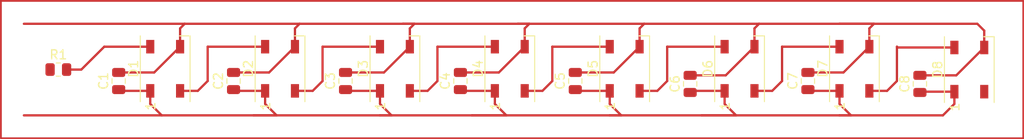
<source format=kicad_pcb>
(kicad_pcb (version 20221018) (generator pcbnew)
  (layers (0 "F.Cu" signal) (31 "B.Cu" signal) (34 "B.Paste" user) (35 "F.Paste" user) (36 "B.SilkS" user "B.Silkscreen") (37 "F.SilkS" user "F.Silkscreen") (38 "B.Mask" user) (39 "F.Mask" user) (44 "Edge.Cuts" user))
  (net 0 "")
  (net 1 "+3.3V")
  (net 2 "GND")
  (net 3 "Net-(D1-DOUT)")
  (net 4 "Net-(D2-DOUT)")
  (net 5 "Net-(D3-DOUT)")
  (net 6 "Net-(D4-DOUT)")
  (net 7 "Net-(D5-DOUT)")
  (net 8 "Net-(D6-DOUT)")
  (net 9 "Net-(D7-DOUT)")
  (net 11 "Net-(D1-DIN)")
  (footprint "Capacitor_SMD:C_0805_2012Metric" (layer "F.Cu") (at 175.58 93.98 90)
    (fp_text reference "C7" (at 0 -1.68 90) (layer "F.SilkS"))
    (fp_text value "0.1µF")
    (fp_line (start -0.261252 -0.735) (end 0.261252 -0.735) (stroke (width 0.12)) (layer "F.SilkS"))
    (fp_line (start -0.261252 0.735) (end 0.261252 0.735) (stroke (width 0.12)) (layer "F.SilkS"))
    (pad "1" smd roundrect (at -0.95 0 90) (size 1 1.45) (layers "F.Cu" "F.Paste" "F.Mask") (net 1 "+3.3V"))
    (pad "2" smd roundrect (at 0.95 0 90) (size 1 1.45) (layers "F.Cu" "F.Paste" "F.Mask") (net 2 "GND"))
  )
  (footprint "LED_SMD:LED_WS2812B_PLCC4_5.0x5.0mm_P3.2mm" (layer "F.Cu") (at 180.72 92.62 90)
    (fp_text reference "D7" (at 0 -3.5 90) (layer "F.SilkS"))
    (fp_text value "WS2812B")
    (fp_text user "1" (at -4.15 -1.6 90) (layer "F.SilkS"))
    (fp_line (start -3.65 -2.75) (end 3.65 -2.75) (stroke (width 0.12)) (layer "F.SilkS"))
    (fp_line (start -3.65 2.75) (end 3.65 2.75) (stroke (width 0.12)) (layer "F.SilkS"))
    (fp_line (start 3.65 2.75) (end 3.65 1.6) (stroke (width 0.12)) (layer "F.SilkS"))
    (pad "1" smd rect (at -2.45 -1.65 90) (size 1.5 0.9) (layers "F.Cu" "F.Paste" "F.Mask") (net 1 "+3.3V"))
    (pad "2" smd rect (at -2.45 1.65 90) (size 1.5 0.9) (layers "F.Cu" "F.Paste" "F.Mask") (net 9 "Net-(D7-DOUT)"))
    (pad "3" smd rect (at 2.45 1.65 90) (size 1.5 0.9) (layers "F.Cu" "F.Paste" "F.Mask") (net 2 "GND"))
    (pad "4" smd rect (at 2.45 -1.65 90) (size 1.5 0.9) (layers "F.Cu" "F.Paste" "F.Mask") (net 8 "Net-(D6-DOUT)"))
  )
  (footprint "LED_SMD:LED_WS2812B_PLCC4_5.0x5.0mm_P3.2mm" (layer "F.Cu") (at 155.32 92.62 90)
    (fp_text reference "D5" (at 0 -3.5 90) (layer "F.SilkS"))
    (fp_text value "WS2812B")
    (fp_text user "1" (at -4.15 -1.6 90) (layer "F.SilkS"))
    (fp_line (start -3.65 -2.75) (end 3.65 -2.75) (stroke (width 0.12)) (layer "F.SilkS"))
    (fp_line (start -3.65 2.75) (end 3.65 2.75) (stroke (width 0.12)) (layer "F.SilkS"))
    (fp_line (start 3.65 2.75) (end 3.65 1.6) (stroke (width 0.12)) (layer "F.SilkS"))
    (pad "1" smd rect (at -2.45 -1.65 90) (size 1.5 0.9) (layers "F.Cu" "F.Paste" "F.Mask") (net 1 "+3.3V"))
    (pad "2" smd rect (at -2.45 1.65 90) (size 1.5 0.9) (layers "F.Cu" "F.Paste" "F.Mask") (net 7 "Net-(D5-DOUT)"))
    (pad "3" smd rect (at 2.45 1.65 90) (size 1.5 0.9) (layers "F.Cu" "F.Paste" "F.Mask") (net 2 "GND"))
    (pad "4" smd rect (at 2.45 -1.65 90) (size 1.5 0.9) (layers "F.Cu" "F.Paste" "F.Mask") (net 6 "Net-(D4-DOUT)"))
  )
  (footprint "Resistor_SMD:R_0805_2012Metric" (layer "F.Cu") (at 92.71 92.71)
    (fp_text reference "R1" (at 0 -1.65) (layer "F.SilkS"))
    (fp_text value "330Ω")
    (fp_line (start -0.227064 -0.735) (end 0.227064 -0.735) (stroke (width 0.12)) (layer "F.SilkS"))
    (fp_line (start -0.227064 0.735) (end 0.227064 0.735) (stroke (width 0.12)) (layer "F.SilkS"))
    (pad "1" smd roundrect (at -0.9125 0) (size 1.025 1.4) (layers "F.Cu" "F.Paste" "F.Mask") (roundrect_rratio 0.243902))
    (pad "2" smd roundrect (at 0.9125 0) (size 1.025 1.4) (layers "F.Cu" "F.Paste" "F.Mask") (roundrect_rratio 0.243902) (net 11 "Net-(D1-DIN)"))
  )
  (footprint "LED_SMD:LED_WS2812B_PLCC4_5.0x5.0mm_P3.2mm" (layer "F.Cu") (at 142.62 92.62 90)
    (fp_text reference "D4" (at 0 -3.5 90) (layer "F.SilkS"))
    (fp_text value "WS2812B")
    (fp_text user "1" (at -4.15 -1.6 90) (layer "F.SilkS"))
    (fp_line (start -3.65 -2.75) (end 3.65 -2.75) (stroke (width 0.12)) (layer "F.SilkS"))
    (fp_line (start -3.65 2.75) (end 3.65 2.75) (stroke (width 0.12)) (layer "F.SilkS"))
    (fp_line (start 3.65 2.75) (end 3.65 1.6) (stroke (width 0.12)) (layer "F.SilkS"))
    (pad "1" smd rect (at -2.45 -1.65 90) (size 1.5 0.9) (layers "F.Cu" "F.Paste" "F.Mask") (net 1 "+3.3V"))
    (pad "2" smd rect (at -2.45 1.65 90) (size 1.5 0.9) (layers "F.Cu" "F.Paste" "F.Mask") (net 6 "Net-(D4-DOUT)"))
    (pad "3" smd rect (at 2.45 1.65 90) (size 1.5 0.9) (layers "F.Cu" "F.Paste" "F.Mask") (net 2 "GND"))
    (pad "4" smd rect (at 2.45 -1.65 90) (size 1.5 0.9) (layers "F.Cu" "F.Paste" "F.Mask") (net 5 "Net-(D3-DOUT)"))
  )
  (footprint "Capacitor_SMD:C_0805_2012Metric" (layer "F.Cu") (at 112.08 93.98 90)
    (fp_text reference "C2" (at 0 -1.68 90) (layer "F.SilkS"))
    (fp_text value "0.1µF")
    (fp_line (start -0.261252 -0.735) (end 0.261252 -0.735) (stroke (width 0.12)) (layer "F.SilkS"))
    (fp_line (start -0.261252 0.735) (end 0.261252 0.735) (stroke (width 0.12)) (layer "F.SilkS"))
    (pad "1" smd roundrect (at -0.95 0 90) (size 1 1.45) (layers "F.Cu" "F.Paste" "F.Mask") (net 1 "+3.3V"))
    (pad "2" smd roundrect (at 0.95 0 90) (size 1 1.45) (layers "F.Cu" "F.Paste" "F.Mask") (net 2 "GND"))
  )
  (footprint "LED_SMD:LED_WS2812B_PLCC4_5.0x5.0mm_P3.2mm" (layer "F.Cu") (at 168.02 92.62 90)
    (fp_text reference "D6" (at 0 -3.5 90) (layer "F.SilkS"))
    (fp_text value "WS2812B")
    (fp_text user "1" (at -4.15 -1.6 90) (layer "F.SilkS"))
    (fp_line (start -3.65 -2.75) (end 3.65 -2.75) (stroke (width 0.12)) (layer "F.SilkS"))
    (fp_line (start -3.65 2.75) (end 3.65 2.75) (stroke (width 0.12)) (layer "F.SilkS"))
    (fp_line (start 3.65 2.75) (end 3.65 1.6) (stroke (width 0.12)) (layer "F.SilkS"))
    (pad "1" smd rect (at -2.45 -1.65 90) (size 1.5 0.9) (layers "F.Cu" "F.Paste" "F.Mask") (net 1 "+3.3V"))
    (pad "2" smd rect (at -2.45 1.65 90) (size 1.5 0.9) (layers "F.Cu" "F.Paste" "F.Mask") (net 8 "Net-(D6-DOUT)"))
    (pad "3" smd rect (at 2.45 1.65 90) (size 1.5 0.9) (layers "F.Cu" "F.Paste" "F.Mask") (net 2 "GND"))
    (pad "4" smd rect (at 2.45 -1.65 90) (size 1.5 0.9) (layers "F.Cu" "F.Paste" "F.Mask") (net 7 "Net-(D5-DOUT)"))
  )
  (footprint "LED_SMD:LED_WS2812B_PLCC4_5.0x5.0mm_P3.2mm" (layer "F.Cu") (at 104.52 92.62 90)
    (fp_text reference "D1" (at 0 -3.5 90) (layer "F.SilkS"))
    (fp_text value "WS2812B")
    (fp_text user "1" (at -4.15 -1.6 90) (layer "F.SilkS"))
    (fp_line (start -3.65 -2.75) (end 3.65 -2.75) (stroke (width 0.12)) (layer "F.SilkS"))
    (fp_line (start -3.65 2.75) (end 3.65 2.75) (stroke (width 0.12)) (layer "F.SilkS"))
    (fp_line (start 3.65 2.75) (end 3.65 1.6) (stroke (width 0.12)) (layer "F.SilkS"))
    (pad "1" smd rect (at -2.45 -1.65 90) (size 1.5 0.9) (layers "F.Cu" "F.Paste" "F.Mask") (net 1 "+3.3V"))
    (pad "2" smd rect (at -2.45 1.65 90) (size 1.5 0.9) (layers "F.Cu" "F.Paste" "F.Mask") (net 3 "Net-(D1-DOUT)"))
    (pad "3" smd rect (at 2.45 1.65 90) (size 1.5 0.9) (layers "F.Cu" "F.Paste" "F.Mask") (net 2 "GND"))
    (pad "4" smd rect (at 2.45 -1.65 90) (size 1.5 0.9) (layers "F.Cu" "F.Paste" "F.Mask") (net 11 "Net-(D1-DIN)"))
  )
  (footprint "Capacitor_SMD:C_0805_2012Metric" (layer "F.Cu") (at 99.38 93.98 90)
    (fp_text reference "C1" (at 0 -1.68 90) (layer "F.SilkS"))
    (fp_text value "0.1µF")
    (fp_line (start -0.261252 -0.735) (end 0.261252 -0.735) (stroke (width 0.12)) (layer "F.SilkS"))
    (fp_line (start -0.261252 0.735) (end 0.261252 0.735) (stroke (width 0.12)) (layer "F.SilkS"))
    (pad "1" smd roundrect (at -0.95 0 90) (size 1 1.45) (layers "F.Cu" "F.Paste" "F.Mask") (net 1 "+3.3V"))
    (pad "2" smd roundrect (at 0.95 0 90) (size 1 1.45) (layers "F.Cu" "F.Paste" "F.Mask") (net 2 "GND"))
  )
  (footprint "Capacitor_SMD:C_0805_2012Metric" (layer "F.Cu") (at 187.96 94.3 90)
    (fp_text reference "C8" (at 0 -1.68 90) (layer "F.SilkS"))
    (fp_text value "0.1µF")
    (fp_line (start -0.261252 -0.735) (end 0.261252 -0.735) (stroke (width 0.12)) (layer "F.SilkS"))
    (fp_line (start -0.261252 0.735) (end 0.261252 0.735) (stroke (width 0.12)) (layer "F.SilkS"))
    (pad "1" smd roundrect (at -0.95 0 90) (size 1 1.45) (layers "F.Cu" "F.Paste" "F.Mask") (net 1 "+3.3V"))
    (pad "2" smd roundrect (at 0.95 0 90) (size 1 1.45) (layers "F.Cu" "F.Paste" "F.Mask") (net 2 "GND"))
  )
  (footprint "Capacitor_SMD:C_0805_2012Metric" (layer "F.Cu") (at 162.56 94.3 90)
    (fp_text reference "C6" (at 0 -1.68 90) (layer "F.SilkS"))
    (fp_text value "0.1µF")
    (fp_line (start -0.261252 -0.735) (end 0.261252 -0.735) (stroke (width 0.12)) (layer "F.SilkS"))
    (fp_line (start -0.261252 0.735) (end 0.261252 0.735) (stroke (width 0.12)) (layer "F.SilkS"))
    (pad "1" smd roundrect (at -0.95 0 90) (size 1 1.45) (layers "F.Cu" "F.Paste" "F.Mask") (net 1 "+3.3V"))
    (pad "2" smd roundrect (at 0.95 0 90) (size 1 1.45) (layers "F.Cu" "F.Paste" "F.Mask") (net 2 "GND"))
  )
  (footprint "LED_SMD:LED_WS2812B_PLCC4_5.0x5.0mm_P3.2mm" (layer "F.Cu") (at 117.22 92.62 90)
    (fp_text reference "D2" (at 0 -3.5 90) (layer "F.SilkS"))
    (fp_text value "WS2812B")
    (fp_text user "1" (at -4.15 -1.6 90) (layer "F.SilkS"))
    (fp_line (start -3.65 -2.75) (end 3.65 -2.75) (stroke (width 0.12)) (layer "F.SilkS"))
    (fp_line (start -3.65 2.75) (end 3.65 2.75) (stroke (width 0.12)) (layer "F.SilkS"))
    (fp_line (start 3.65 2.75) (end 3.65 1.6) (stroke (width 0.12)) (layer "F.SilkS"))
    (pad "1" smd rect (at -2.45 -1.65 90) (size 1.5 0.9) (layers "F.Cu" "F.Paste" "F.Mask") (net 1 "+3.3V"))
    (pad "2" smd rect (at -2.45 1.65 90) (size 1.5 0.9) (layers "F.Cu" "F.Paste" "F.Mask") (net 4 "Net-(D2-DOUT)"))
    (pad "3" smd rect (at 2.45 1.65 90) (size 1.5 0.9) (layers "F.Cu" "F.Paste" "F.Mask") (net 2 "GND"))
    (pad "4" smd rect (at 2.45 -1.65 90) (size 1.5 0.9) (layers "F.Cu" "F.Paste" "F.Mask") (net 3 "Net-(D1-DOUT)"))
  )
  (footprint "Capacitor_SMD:C_0805_2012Metric" (layer "F.Cu") (at 124.46 93.98 90)
    (fp_text reference "C3" (at 0 -1.68 90) (layer "F.SilkS"))
    (fp_text value "0.1µF")
    (fp_line (start -0.261252 -0.735) (end 0.261252 -0.735) (stroke (width 0.12)) (layer "F.SilkS"))
    (fp_line (start -0.261252 0.735) (end 0.261252 0.735) (stroke (width 0.12)) (layer "F.SilkS"))
    (pad "1" smd roundrect (at -0.95 0 90) (size 1 1.45) (layers "F.Cu" "F.Paste" "F.Mask") (net 1 "+3.3V"))
    (pad "2" smd roundrect (at 0.95 0 90) (size 1 1.45) (layers "F.Cu" "F.Paste" "F.Mask") (net 2 "GND"))
  )
  (footprint "LED_SMD:LED_WS2812B_PLCC4_5.0x5.0mm_P3.2mm" (layer "F.Cu") (at 193.42 92.71 90)
    (fp_text reference "D8" (at 0 -3.5 90) (layer "F.SilkS"))
    (fp_text value "WS2812B")
    (fp_text user "1" (at -4.15 -1.6 90) (layer "F.SilkS"))
    (fp_line (start -3.65 -2.75) (end 3.65 -2.75) (stroke (width 0.12)) (layer "F.SilkS"))
    (fp_line (start -3.65 2.75) (end 3.65 2.75) (stroke (width 0.12)) (layer "F.SilkS"))
    (fp_line (start 3.65 2.75) (end 3.65 1.6) (stroke (width 0.12)) (layer "F.SilkS"))
    (pad "1" smd rect (at -2.45 -1.65 90) (size 1.5 0.9) (layers "F.Cu" "F.Paste" "F.Mask") (net 1 "+3.3V"))
    (pad "2" smd rect (at -2.45 1.65 90) (size 1.5 0.9) (layers "F.Cu" "F.Paste" "F.Mask"))
    (pad "3" smd rect (at 2.45 1.65 90) (size 1.5 0.9) (layers "F.Cu" "F.Paste" "F.Mask") (net 2 "GND"))
    (pad "4" smd rect (at 2.45 -1.65 90) (size 1.5 0.9) (layers "F.Cu" "F.Paste" "F.Mask") (net 9 "Net-(D7-DOUT)"))
  )
  (footprint "LED_SMD:LED_WS2812B_PLCC4_5.0x5.0mm_P3.2mm" (layer "F.Cu") (at 129.92 92.62 90)
    (fp_text reference "D3" (at 0 -3.5 90) (layer "F.SilkS"))
    (fp_text value "WS2812B")
    (fp_text user "1" (at -4.15 -1.6 90) (layer "F.SilkS"))
    (fp_line (start -3.65 -2.75) (end 3.65 -2.75) (stroke (width 0.12)) (layer "F.SilkS"))
    (fp_line (start -3.65 2.75) (end 3.65 2.75) (stroke (width 0.12)) (layer "F.SilkS"))
    (fp_line (start 3.65 2.75) (end 3.65 1.6) (stroke (width 0.12)) (layer "F.SilkS"))
    (pad "1" smd rect (at -2.45 -1.65 90) (size 1.5 0.9) (layers "F.Cu" "F.Paste" "F.Mask") (net 1 "+3.3V"))
    (pad "2" smd rect (at -2.45 1.65 90) (size 1.5 0.9) (layers "F.Cu" "F.Paste" "F.Mask") (net 5 "Net-(D3-DOUT)"))
    (pad "3" smd rect (at 2.45 1.65 90) (size 1.5 0.9) (layers "F.Cu" "F.Paste" "F.Mask") (net 2 "GND"))
    (pad "4" smd rect (at 2.45 -1.65 90) (size 1.5 0.9) (layers "F.Cu" "F.Paste" "F.Mask") (net 4 "Net-(D2-DOUT)"))
  )
  (footprint "Capacitor_SMD:C_0805_2012Metric" (layer "F.Cu") (at 149.86 93.98 90)
    (fp_text reference "C5" (at 0 -1.68 90) (layer "F.SilkS"))
    (fp_text value "0.1µF")
    (fp_line (start -0.261252 -0.735) (end 0.261252 -0.735) (stroke (width 0.12)) (layer "F.SilkS"))
    (fp_line (start -0.261252 0.735) (end 0.261252 0.735) (stroke (width 0.12)) (layer "F.SilkS"))
    (pad "1" smd roundrect (at -0.95 0 90) (size 1 1.45) (layers "F.Cu" "F.Paste" "F.Mask") (net 1 "+3.3V"))
    (pad "2" smd roundrect (at 0.95 0 90) (size 1 1.45) (layers "F.Cu" "F.Paste" "F.Mask") (net 2 "GND"))
  )
  (footprint "Capacitor_SMD:C_0805_2012Metric" (layer "F.Cu") (at 137.16 93.98 90)
    (fp_text reference "C4" (at 0 -1.68 90) (layer "F.SilkS"))
    (fp_text value "0.1µF")
    (fp_line (start -0.261252 -0.735) (end 0.261252 -0.735) (stroke (width 0.12)) (layer "F.SilkS"))
    (fp_line (start -0.261252 0.735) (end 0.261252 0.735) (stroke (width 0.12)) (layer "F.SilkS"))
    (pad "1" smd roundrect (at -0.95 0 90) (size 1 1.45) (layers "F.Cu" "F.Paste" "F.Mask") (net 1 "+3.3V"))
    (pad "2" smd roundrect (at 0.95 0 90) (size 1 1.45) (layers "F.Cu" "F.Paste" "F.Mask") (net 2 "GND"))
  )
  (gr_rect (start 86.36 85.09) (end 199.39 100.33) (stroke (width 0.2)) (fill none) (layer "F.Cu"))
  (segment (start 188.05 95.16) (end 187.96 95.25) (width 0.25) (layer "F.Cu") (net 1))
  (segment (start 180.34 97.79) (end 179.07 97.79) (width 0.25) (layer "F.Cu") (net 1))
  (segment (start 137.3 95.07) (end 137.16 94.93) (width 0.25) (layer "F.Cu") (net 1))
  (segment (start 142.24 97.79) (end 138.43 97.79) (width 0.25) (layer "F.Cu") (net 1))
  (segment (start 153.67 95.07) (end 153.67 96.52) (width 0.25) (layer "F.Cu") (net 1))
  (segment (start 115.57 95.07) (end 112.22 95.07) (width 0.25) (layer "F.Cu") (net 1))
  (segment (start 138.43 97.79) (end 128.27 97.79) (width 0.25) (layer "F.Cu") (net 1))
  (segment (start 128.27 95.07) (end 128.27 96.52) (width 0.25) (layer "F.Cu") (net 1))
  (segment (start 191.77 95.16) (end 191.77 96.52) (width 0.25) (layer "F.Cu") (net 1))
  (segment (start 115.57 96.52) (end 115.57 95.07) (width 0.25) (layer "F.Cu") (net 1))
  (segment (start 166.37 95.07) (end 162.74 95.07) (width 0.25) (layer "F.Cu") (net 1))
  (segment (start 179.07 95.07) (end 175.72 95.07) (width 0.25) (layer "F.Cu") (net 1))
  (segment (start 124.6 95.07) (end 124.46 94.93) (width 0.25) (layer "F.Cu") (net 1))
  (segment (start 190.5 97.79) (end 179.07 97.79) (width 0.25) (layer "F.Cu") (net 1))
  (segment (start 116.84 97.79) (end 115.57 96.52) (width 0.25) (layer "F.Cu") (net 1))
  (segment (start 179.07 97.79) (end 163.83 97.79) (width 0.25) (layer "F.Cu") (net 1))
  (segment (start 153.67 95.07) (end 150 95.07) (width 0.25) (layer "F.Cu") (net 1))
  (segment (start 163.83 97.79) (end 153.67 97.79) (width 0.25) (layer "F.Cu") (net 1))
  (segment (start 112.22 95.07) (end 112.08 94.93) (width 0.25) (layer "F.Cu") (net 1))
  (segment (start 102.87 95.07) (end 99.52 95.07) (width 0.25) (layer "F.Cu") (net 1))
  (segment (start 102.87 95.07) (end 102.87 96.52) (width 0.25) (layer "F.Cu") (net 1))
  (segment (start 179.07 96.52) (end 180.34 97.79) (width 0.25) (layer "F.Cu") (net 1))
  (segment (start 191.77 96.52) (end 190.5 97.79) (width 0.25) (layer "F.Cu") (net 1))
  (segment (start 154.94 97.79) (end 153.67 97.79) (width 0.25) (layer "F.Cu") (net 1))
  (segment (start 104.14 97.79) (end 114.3 97.79) (width 0.25) (layer "F.Cu") (net 1))
  (segment (start 175.72 95.07) (end 175.58 94.93) (width 0.25) (layer "F.Cu") (net 1))
  (segment (start 128.27 95.07) (end 124.6 95.07) (width 0.25) (layer "F.Cu") (net 1))
  (segment (start 179.07 95.07) (end 179.07 96.52) (width 0.25) (layer "F.Cu") (net 1))
  (segment (start 150 95.07) (end 149.86 94.93) (width 0.25) (layer "F.Cu") (net 1))
  (segment (start 166.37 95.07) (end 166.37 96.52) (width 0.25) (layer "F.Cu") (net 1))
  (segment (start 153.67 97.79) (end 138.43 97.79) (width 0.25) (layer "F.Cu") (net 1))
  (segment (start 104.14 97.79) (end 88.9 97.79) (width 0.25) (layer "F.Cu") (net 1))
  (segment (start 128.27 96.52) (end 129.54 97.79) (width 0.25) (layer "F.Cu") (net 1))
  (segment (start 153.67 96.52) (end 154.94 97.79) (width 0.25) (layer "F.Cu") (net 1))
  (segment (start 162.74 95.07) (end 162.56 95.25) (width 0.25) (layer "F.Cu") (net 1))
  (segment (start 166.37 96.52) (end 167.64 97.79) (width 0.25) (layer "F.Cu") (net 1))
  (segment (start 167.64 97.79) (end 163.83 97.79) (width 0.25) (layer "F.Cu") (net 1))
  (segment (start 102.87 96.52) (end 104.14 97.79) (width 0.25) (layer "F.Cu") (net 1))
  (segment (start 99.52 95.07) (end 99.38 94.93) (width 0.25) (layer "F.Cu") (net 1))
  (segment (start 140.97 95.07) (end 137.3 95.07) (width 0.25) (layer "F.Cu") (net 1))
  (segment (start 140.97 96.52) (end 142.24 97.79) (width 0.25) (layer "F.Cu") (net 1))
  (segment (start 114.3 97.79) (end 116.84 97.79) (width 0.25) (layer "F.Cu") (net 1))
  (segment (start 129.54 97.79) (end 128.27 97.79) (width 0.25) (layer "F.Cu") (net 1))
  (segment (start 128.27 97.79) (end 114.3 97.79) (width 0.25) (layer "F.Cu") (net 1))
  (segment (start 140.97 95.07) (end 140.97 96.52) (width 0.25) (layer "F.Cu") (net 1))
  (segment (start 191.77 95.16) (end 188.05 95.16) (width 0.25) (layer "F.Cu") (net 1))
  (segment (start 154.11 93.03) (end 149.86 93.03) (width 0.25) (layer "F.Cu") (net 2))
  (segment (start 182.37 90.17) (end 179.51 93.03) (width 0.25) (layer "F.Cu") (net 2))
  (segment (start 156.97 90.17) (end 154.11 93.03) (width 0.25) (layer "F.Cu") (net 2))
  (segment (start 179.07 87.63) (end 170.18 87.63) (width 0.25) (layer "F.Cu") (net 2))
  (segment (start 116.01 93.03) (end 112.08 93.03) (width 0.25) (layer "F.Cu") (net 2))
  (segment (start 144.27 88.14) (end 144.78 87.63) (width 0.25) (layer "F.Cu") (net 2))
  (segment (start 169.67 90.17) (end 169.67 88.14) (width 0.25) (layer "F.Cu") (net 2))
  (segment (start 131.57 88.14) (end 132.08 87.63) (width 0.25) (layer "F.Cu") (net 2))
  (segment (start 131.57 90.17) (end 128.71 93.03) (width 0.25) (layer "F.Cu") (net 2))
  (segment (start 195.07 90.26) (end 191.98 93.35) (width 0.25) (layer "F.Cu") (net 2))
  (segment (start 182.37 90.17) (end 182.37 88.14) (width 0.25) (layer "F.Cu") (net 2))
  (segment (start 88.9 87.63) (end 106.68 87.63) (width 0.25) (layer "F.Cu") (net 2))
  (segment (start 119.38 87.63) (end 118.87 88.14) (width 0.25) (layer "F.Cu") (net 2))
  (segment (start 106.17 90.17) (end 106.17 88.14) (width 0.25) (layer "F.Cu") (net 2))
  (segment (start 132.08 87.63) (end 130.81 87.63) (width 0.25) (layer "F.Cu") (net 2))
  (segment (start 131.57 90.17) (end 131.57 88.14) (width 0.25) (layer "F.Cu") (net 2))
  (segment (start 182.88 87.63) (end 179.07 87.63) (width 0.25) (layer "F.Cu") (net 2))
  (segment (start 106.68 87.63) (end 119.38 87.63) (width 0.25) (layer "F.Cu") (net 2))
  (segment (start 156.97 90.17) (end 156.97 88.14) (width 0.25) (layer "F.Cu") (net 2))
  (segment (start 106.17 90.17) (end 103.31 93.03) (width 0.25) (layer "F.Cu") (net 2))
  (segment (start 156.97 88.14) (end 157.48 87.63) (width 0.25) (layer "F.Cu") (net 2))
  (segment (start 182.37 88.14) (end 182.88 87.63) (width 0.25) (layer "F.Cu") (net 2))
  (segment (start 118.87 90.17) (end 116.01 93.03) (width 0.25) (layer "F.Cu") (net 2))
  (segment (start 191.98 93.35) (end 187.96 93.35) (width 0.25) (layer "F.Cu") (net 2))
  (segment (start 195.07 90.26) (end 195.07 88.39) (width 0.25) (layer "F.Cu") (net 2))
  (segment (start 144.27 90.17) (end 144.27 88.14) (width 0.25) (layer "F.Cu") (net 2))
  (segment (start 169.67 90.17) (end 166.49 93.35) (width 0.25) (layer "F.Cu") (net 2))
  (segment (start 169.67 88.14) (end 170.18 87.63) (width 0.25) (layer "F.Cu") (net 2))
  (segment (start 128.71 93.03) (end 124.46 93.03) (width 0.25) (layer "F.Cu") (net 2))
  (segment (start 144.27 90.17) (end 141.41 93.03) (width 0.25) (layer "F.Cu") (net 2))
  (segment (start 179.51 93.03) (end 175.58 93.03) (width 0.25) (layer "F.Cu") (net 2))
  (segment (start 170.18 87.63) (end 157.48 87.63) (width 0.25) (layer "F.Cu") (net 2))
  (segment (start 157.48 87.63) (end 143.51 87.63) (width 0.25) (layer "F.Cu") (net 2))
  (segment (start 143.51 87.63) (end 130.81 87.63) (width 0.25) (layer "F.Cu") (net 2))
  (segment (start 106.17 88.14) (end 106.68 87.63) (width 0.25) (layer "F.Cu") (net 2))
  (segment (start 194.31 87.63) (end 179.07 87.63) (width 0.25) (layer "F.Cu") (net 2))
  (segment (start 144.78 87.63) (end 143.51 87.63) (width 0.25) (layer "F.Cu") (net 2))
  (segment (start 195.07 88.39) (end 194.31 87.63) (width 0.25) (layer "F.Cu") (net 2))
  (segment (start 118.87 88.14) (end 118.87 90.17) (width 0.25) (layer "F.Cu") (net 2))
  (segment (start 166.49 93.35) (end 162.56 93.35) (width 0.25) (layer "F.Cu") (net 2))
  (segment (start 103.31 93.03) (end 99.38 93.03) (width 0.25) (layer "F.Cu") (net 2))
  (segment (start 141.41 93.03) (end 137.16 93.03) (width 0.25) (layer "F.Cu") (net 2))
  (segment (start 130.81 87.63) (end 119.38 87.63) (width 0.25) (layer "F.Cu") (net 2))
  (segment (start 108.13 95.07) (end 109.22 93.98) (width 0.25) (layer "F.Cu") (net 3))
  (segment (start 106.17 95.07) (end 108.13 95.07) (width 0.25) (layer "F.Cu") (net 3))
  (segment (start 109.22 93.98) (end 109.22 90.17) (width 0.25) (layer "F.Cu") (net 3))
  (segment (start 109.22 90.17) (end 115.57 90.17) (width 0.25) (layer "F.Cu") (net 3))
  (segment (start 118.87 95.07) (end 120.83 95.07) (width 0.25) (layer "F.Cu") (net 4))
  (segment (start 121.92 90.17) (end 128.27 90.17) (width 0.25) (layer "F.Cu") (net 4))
  (segment (start 121.92 93.98) (end 121.92 90.17) (width 0.25) (layer "F.Cu") (net 4))
  (segment (start 120.83 95.07) (end 121.92 93.98) (width 0.25) (layer "F.Cu") (net 4))
  (segment (start 134.62 90.17) (end 140.97 90.17) (width 0.25) (layer "F.Cu") (net 5))
  (segment (start 134.62 93.98) (end 134.62 90.17) (width 0.25) (layer "F.Cu") (net 5))
  (segment (start 131.57 95.07) (end 133.53 95.07) (width 0.25) (layer "F.Cu") (net 5))
  (segment (start 133.53 95.07) (end 134.62 93.98) (width 0.25) (layer "F.Cu") (net 5))
  (segment (start 144.27 95.07) (end 146.23 95.07) (width 0.25) (layer "F.Cu") (net 6))
  (segment (start 147.32 90.17) (end 153.67 90.17) (width 0.25) (layer "F.Cu") (net 6))
  (segment (start 147.32 93.98) (end 147.32 90.17) (width 0.25) (layer "F.Cu") (net 6))
  (segment (start 146.23 95.07) (end 147.32 93.98) (width 0.25) (layer "F.Cu") (net 6))
  (segment (start 160.02 93.98) (end 160.02 90.17) (width 0.25) (layer "F.Cu") (net 7))
  (segment (start 156.97 95.07) (end 158.93 95.07) (width 0.25) (layer "F.Cu") (net 7))
  (segment (start 158.93 95.07) (end 160.02 93.98) (width 0.25) (layer "F.Cu") (net 7))
  (segment (start 160.02 90.17) (end 166.37 90.17) (width 0.25) (layer "F.Cu") (net 7))
  (segment (start 172.72 93.98) (end 172.72 90.17) (width 0.25) (layer "F.Cu") (net 8))
  (segment (start 172.72 90.17) (end 179.07 90.17) (width 0.25) (layer "F.Cu") (net 8))
  (segment (start 171.63 95.07) (end 172.72 93.98) (width 0.25) (layer "F.Cu") (net 8))
  (segment (start 169.67 95.07) (end 171.63 95.07) (width 0.25) (layer "F.Cu") (net 8))
  (segment (start 185.42 93.98) (end 185.42 90.17) (width 0.25) (layer "F.Cu") (net 9))
  (segment (start 185.51 90.26) (end 191.77 90.26) (width 0.25) (layer "F.Cu") (net 9))
  (segment (start 182.37 95.07) (end 184.33 95.07) (width 0.25) (layer "F.Cu") (net 9))
  (segment (start 185.42 90.17) (end 185.51 90.26) (width 0.25) (layer "F.Cu") (net 9))
  (segment (start 184.33 95.07) (end 185.42 93.98) (width 0.25) (layer "F.Cu") (net 9))
  (segment (start 95.25 92.71) (end 97.79 90.17) (width 0.25) (layer "F.Cu") (net 11))
  (segment (start 93.6225 92.71) (end 95.25 92.71) (width 0.25) (layer "F.Cu") (net 11))
  (segment (start 97.79 90.17) (end 102.87 90.17) (width 0.25) (layer "F.Cu") (net 11))
)
</source>
